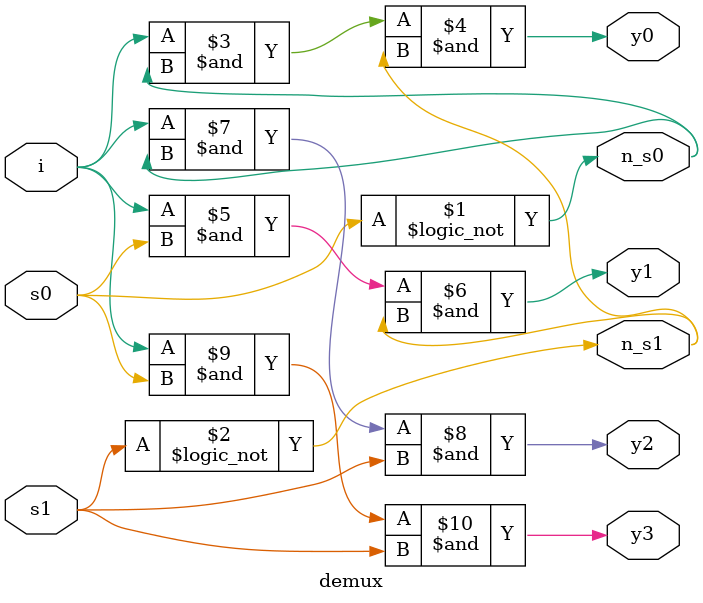
<source format=v>
`timescale 1ns / 1ps


module demux(i,y0,y1,y2,y3,s0,s1,n_s0,n_s1);
input i,s0,s1;
output y0,y1,y2,y3,n_s0,n_s1;

assign n_s0 = !s0;
assign n_s1 = !s1;

assign y0 = i&n_s0&n_s1;
assign y1 = i&s0&n_s1;
assign y2 = i&n_s0&s1;
assign y3 = i&s0&s1;

endmodule

</source>
